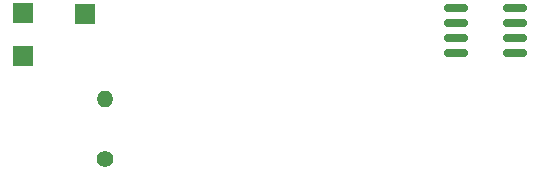
<source format=gbr>
%TF.GenerationSoftware,KiCad,Pcbnew,9.0.1*%
%TF.CreationDate,2025-07-31T19:05:46-04:00*%
%TF.ProjectId,droneled,64726f6e-656c-4656-942e-6b696361645f,rev?*%
%TF.SameCoordinates,Original*%
%TF.FileFunction,Soldermask,Top*%
%TF.FilePolarity,Negative*%
%FSLAX46Y46*%
G04 Gerber Fmt 4.6, Leading zero omitted, Abs format (unit mm)*
G04 Created by KiCad (PCBNEW 9.0.1) date 2025-07-31 19:05:46*
%MOMM*%
%LPD*%
G01*
G04 APERTURE LIST*
G04 Aperture macros list*
%AMRoundRect*
0 Rectangle with rounded corners*
0 $1 Rounding radius*
0 $2 $3 $4 $5 $6 $7 $8 $9 X,Y pos of 4 corners*
0 Add a 4 corners polygon primitive as box body*
4,1,4,$2,$3,$4,$5,$6,$7,$8,$9,$2,$3,0*
0 Add four circle primitives for the rounded corners*
1,1,$1+$1,$2,$3*
1,1,$1+$1,$4,$5*
1,1,$1+$1,$6,$7*
1,1,$1+$1,$8,$9*
0 Add four rect primitives between the rounded corners*
20,1,$1+$1,$2,$3,$4,$5,0*
20,1,$1+$1,$4,$5,$6,$7,0*
20,1,$1+$1,$6,$7,$8,$9,0*
20,1,$1+$1,$8,$9,$2,$3,0*%
G04 Aperture macros list end*
%ADD10C,1.400000*%
%ADD11O,1.400000X1.400000*%
%ADD12R,1.700000X1.700000*%
%ADD13RoundRect,0.150000X-0.825000X-0.150000X0.825000X-0.150000X0.825000X0.150000X-0.825000X0.150000X0*%
G04 APERTURE END LIST*
D10*
%TO.C,R1*%
X142990000Y-123730000D03*
D11*
X142990000Y-118650000D03*
%TD*%
D12*
%TO.C,J3*%
X141280000Y-111450000D03*
%TD*%
%TO.C,J2*%
X136000000Y-115050000D03*
%TD*%
D13*
%TO.C,U1*%
X172685000Y-110965000D03*
X172685000Y-112235000D03*
X172685000Y-113505000D03*
X172685000Y-114775000D03*
X177635000Y-114775000D03*
X177635000Y-113505000D03*
X177635000Y-112235000D03*
X177635000Y-110965000D03*
%TD*%
D12*
%TO.C,J1*%
X136000000Y-111440000D03*
%TD*%
M02*

</source>
